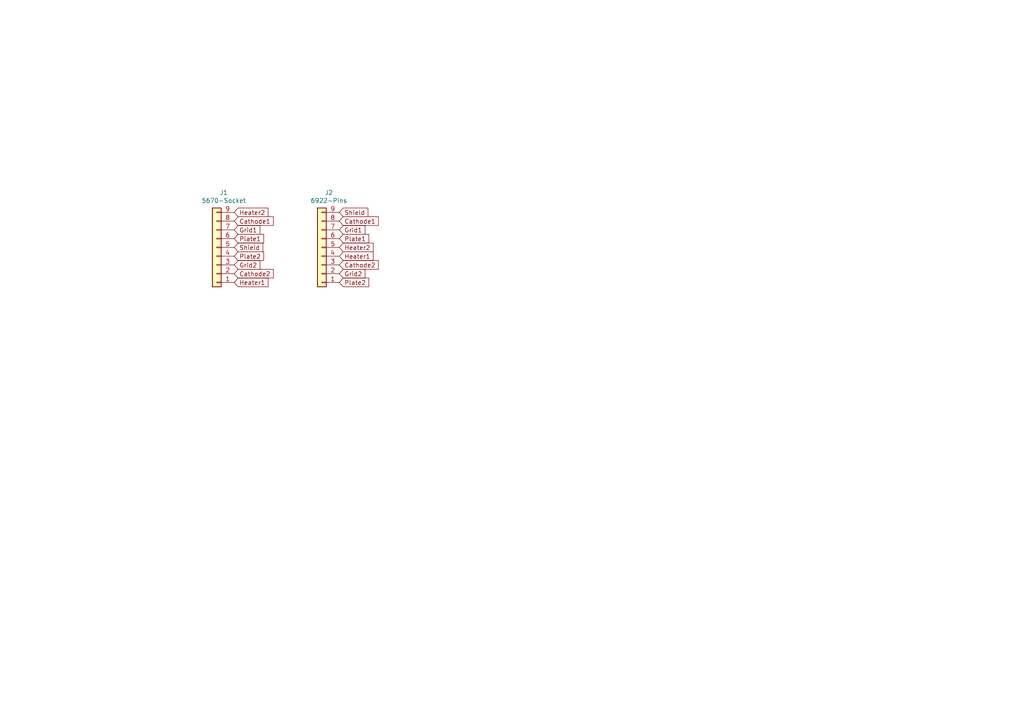
<source format=kicad_sch>
(kicad_sch (version 20230121) (generator eeschema)
  (paper "A4")
  (lib_symbols
    (symbol "Connector_Generic:Conn_01x09" (pin_names (offset 1.016) hide)
      (property "Reference" "J" (at 0 12.7 0))
      (property "Value" "Conn_01x09" (at 0 -12.7 0))
      (symbol "Conn_01x09_1_1"
        (rectangle (start -1.27 -10.033) (end 0 -10.287) (stroke (width 0.1524)))
        (rectangle (start -1.27 -7.493) (end 0 -7.747) (stroke (width 0.1524)))
        (rectangle (start -1.27 -4.953) (end 0 -5.207) (stroke (width 0.1524)))
        (rectangle (start -1.27 -2.413) (end 0 -2.667) (stroke (width 0.1524)))
        (rectangle (start -1.27 0.127) (end 0 -0.127) (stroke (width 0.1524)))
        (rectangle (start -1.27 2.667) (end 0 2.413) (stroke (width 0.1524)))
        (rectangle (start -1.27 5.207) (end 0 4.953) (stroke (width 0.1524)))
        (rectangle (start -1.27 7.747) (end 0 7.493) (stroke (width 0.1524)))
        (rectangle (start -1.27 10.287) (end 0 10.033) (stroke (width 0.1524)))
        (rectangle (start -1.27 11.43) (end 1.27 -11.43) (stroke (width 0.254)) (fill (type background)))
        (pin passive line (at -5.08 10.16 0) (length 3.81) (name "Pin_1") (number "1"))
        (pin passive line (at -5.08 7.62 0) (length 3.81) (name "Pin_2") (number "2"))
        (pin passive line (at -5.08 5.08 0) (length 3.81) (name "Pin_3") (number "3"))
        (pin passive line (at -5.08 2.54 0) (length 3.81) (name "Pin_4") (number "4"))
        (pin passive line (at -5.08 0 0) (length 3.81) (name "Pin_5") (number "5"))
        (pin passive line (at -5.08 -2.54 0) (length 3.81) (name "Pin_6") (number "6"))
        (pin passive line (at -5.08 -5.08 0) (length 3.81) (name "Pin_7") (number "7"))
        (pin passive line (at -5.08 -7.62 0) (length 3.81) (name "Pin_8") (number "8"))
        (pin passive line (at -5.08 -10.16 0) (length 3.81) (name "Pin_9") (number "9"))
      )
    )
  )
  (global_label "Plate1" (shape input) (at 98.425 69.215 0) (property "Intersheetrefs" "${INTERSHEET_REFS}" (effects hide)))
  (global_label "Cathode2" (shape input) (at 98.425 76.835 0) (property "Intersheetrefs" "${INTERSHEET_REFS}" (effects hide)))
  (global_label "Plate2" (shape input) (at 98.425 81.915 0) (property "Intersheetrefs" "${INTERSHEET_REFS}" (effects hide)))
  (global_label "Grid1" (shape input) (at 98.425 66.675 0) (property "Intersheetrefs" "${INTERSHEET_REFS}" (effects hide)))
  (global_label "Grid1" (shape input) (at 67.945 66.675 0) (property "Intersheetrefs" "${INTERSHEET_REFS}" (effects hide)))
  (global_label "Cathode1" (shape input) (at 98.425 64.135 0) (property "Intersheetrefs" "${INTERSHEET_REFS}" (effects hide)))
  (global_label "Shield" (shape input) (at 67.945 71.755 0) (property "Intersheetrefs" "${INTERSHEET_REFS}" (effects hide)))
  (global_label "Plate2" (shape input) (at 67.945 74.295 0) (property "Intersheetrefs" "${INTERSHEET_REFS}" (effects hide)))
  (global_label "Heater1" (shape input) (at 67.945 81.915 0) (property "Intersheetrefs" "${INTERSHEET_REFS}" (effects hide)))
  (global_label "Heater2" (shape input) (at 67.945 61.595 0) (property "Intersheetrefs" "${INTERSHEET_REFS}" (effects hide)))
  (global_label "Grid2" (shape input) (at 98.425 79.375 0) (property "Intersheetrefs" "${INTERSHEET_REFS}" (effects hide)))
  (global_label "Shield" (shape input) (at 98.425 61.595 0) (property "Intersheetrefs" "${INTERSHEET_REFS}" (effects hide)))
  (global_label "Cathode1" (shape input) (at 67.945 64.135 0) (property "Intersheetrefs" "${INTERSHEET_REFS}" (effects hide)))
  (global_label "Cathode2" (shape input) (at 67.945 79.375 0) (property "Intersheetrefs" "${INTERSHEET_REFS}" (effects hide)))
  (global_label "Heater2" (shape input) (at 98.425 71.755 0) (property "Intersheetrefs" "${INTERSHEET_REFS}" (effects hide)))
  (global_label "Grid2" (shape input) (at 67.945 76.835 0) (property "Intersheetrefs" "${INTERSHEET_REFS}" (effects hide)))
  (global_label "Heater1" (shape input) (at 98.425 74.295 0) (property "Intersheetrefs" "${INTERSHEET_REFS}" (effects hide)))
  (global_label "Plate1" (shape input) (at 67.945 69.215 0) (property "Intersheetrefs" "${INTERSHEET_REFS}" (effects hide)))
  (symbol (lib_id "Connector_Generic:Conn_01x09") (at 62.865 71.755 180) (unit 1)
    (property "Reference" "J1" (at 64.897 55.88 0))
    (property "Value" "5670-Socket" (at 64.897 58.1914 0))
    (property "Footprint" "locallib:VALVE-ECC-83-2" (effects hide))
  )
  (symbol (lib_id "Connector_Generic:Conn_01x09") (at 93.345 71.755 180) (unit 1)
    (property "Reference" "J2" (at 95.377 55.88 0))
    (property "Value" "6922-Pins" (at 95.377 58.1914 0))
    (property "Footprint" "locallib:VALVE-ECC-83-1" (effects hide))
  )
)
</source>
